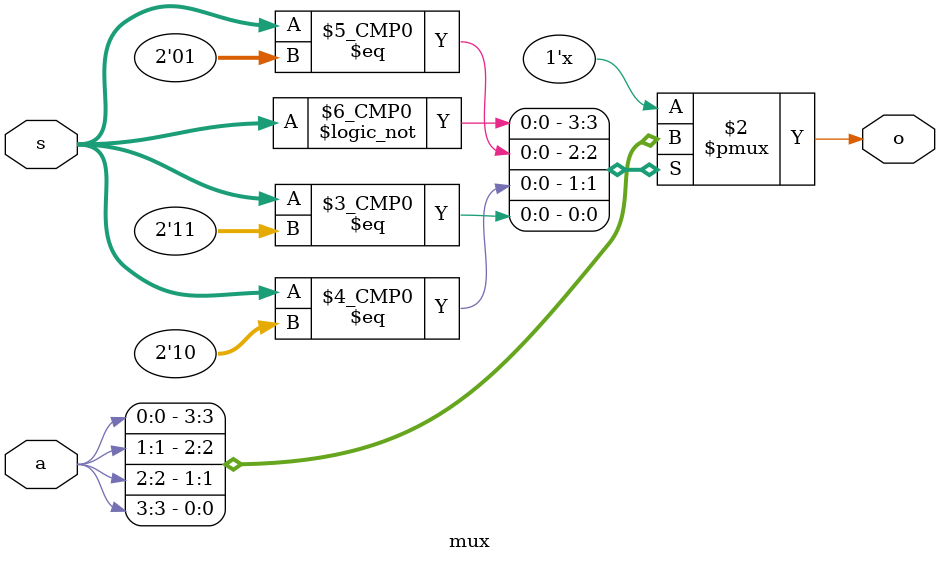
<source format=v>
module mux(a, s, o);

    input [3:0] a;

    input [1:0] s;

    output o;

    reg o;

always @(a or s)

    begin
        
        case (s)

            2'b00:o = a[0];

            2'b01:o = a[1];

            2'b10:o = a[2];

            2'b11:o = a[3];

            default:o = 0;

        endcase

    end

endmodule
</source>
